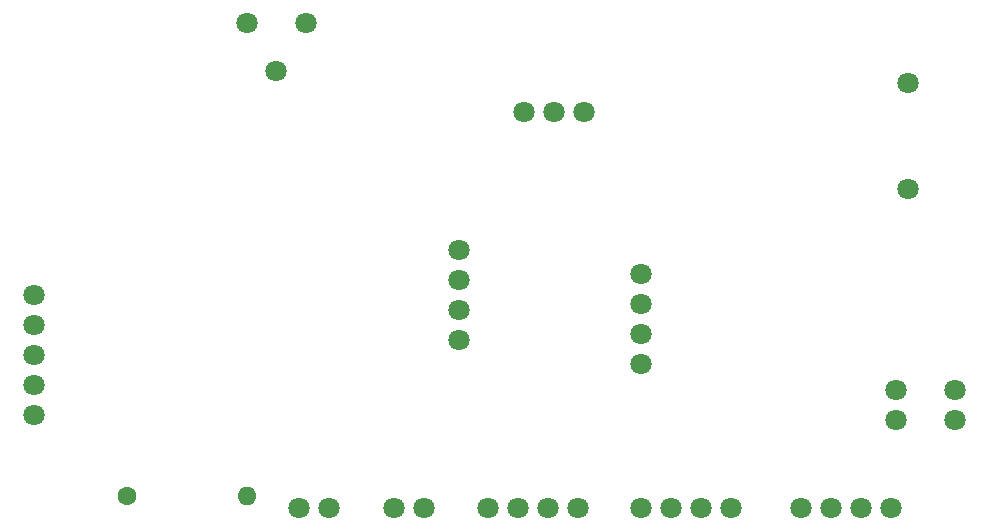
<source format=gbr>
%TF.GenerationSoftware,KiCad,Pcbnew,7.0.11+dfsg-1build4*%
%TF.CreationDate,2024-10-07T04:22:03+02:00*%
%TF.ProjectId,BertheVarioTac-Shema,42657274-6865-4566-9172-696f5461632d,rev?*%
%TF.SameCoordinates,Original*%
%TF.FileFunction,Soldermask,Bot*%
%TF.FilePolarity,Negative*%
%FSLAX46Y46*%
G04 Gerber Fmt 4.6, Leading zero omitted, Abs format (unit mm)*
G04 Created by KiCad (PCBNEW 7.0.11+dfsg-1build4) date 2024-10-07 04:22:03*
%MOMM*%
%LPD*%
G01*
G04 APERTURE LIST*
%ADD10C,1.800000*%
%ADD11C,1.600000*%
%ADD12O,1.600000X1.600000*%
G04 APERTURE END LIST*
D10*
%TO.C,SW1*%
X167000000Y-132540000D03*
X167000000Y-130000000D03*
%TD*%
%TO.C,Usb-C-charger1*%
X168000000Y-104000000D03*
X168000000Y-113000000D03*
%TD*%
D11*
%TO.C,R1*%
X101840000Y-139000000D03*
D12*
X112000000Y-139000000D03*
%TD*%
D10*
%TO.C,CN1*%
X153000000Y-140000000D03*
X150460000Y-140000000D03*
X147920000Y-140000000D03*
X145380000Y-140000000D03*
%TD*%
%TO.C,S1*%
X119000000Y-140000000D03*
X116460000Y-140000000D03*
%TD*%
%TO.C,P4*%
X127000000Y-140000000D03*
X124460000Y-140000000D03*
%TD*%
%TO.C,GPS-NEO6M1*%
X129964000Y-125810000D03*
X129964000Y-123270000D03*
X129964000Y-120730000D03*
X129964000Y-118190000D03*
%TD*%
%TO.C,Lipo-1S-to-5V1*%
X135460000Y-106500000D03*
X138000000Y-106500000D03*
X140540000Y-106500000D03*
%TD*%
%TO.C,BT1*%
X172000000Y-130000000D03*
X172000000Y-132540000D03*
%TD*%
%TO.C,QMC5883_Mag1*%
X94000000Y-132160000D03*
X94000000Y-129620000D03*
X94000000Y-127080000D03*
X94000000Y-124540000D03*
X94000000Y-122000000D03*
%TD*%
%TO.C,P1*%
X166540000Y-140000000D03*
X164000000Y-140000000D03*
X161460000Y-140000000D03*
X158920000Y-140000000D03*
%TD*%
%TO.C,P5*%
X112000000Y-99000000D03*
X114500000Y-103000000D03*
X117000000Y-99000000D03*
%TD*%
%TO.C,BMP180_Press1*%
X145374000Y-120190000D03*
X145374000Y-122730000D03*
X145374000Y-125270000D03*
X145374000Y-127810000D03*
%TD*%
%TO.C,P3*%
X140080000Y-140000000D03*
X137540000Y-140000000D03*
X135000000Y-140000000D03*
X132460000Y-140000000D03*
%TD*%
M02*

</source>
